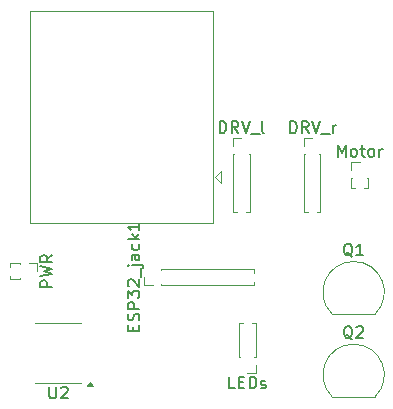
<source format=gbr>
%TF.GenerationSoftware,KiCad,Pcbnew,8.0.7*%
%TF.CreationDate,2025-01-04T17:01:37+01:00*%
%TF.ProjectId,btrail-powerboard,62747261-696c-42d7-906f-776572626f61,rev?*%
%TF.SameCoordinates,Original*%
%TF.FileFunction,Legend,Top*%
%TF.FilePolarity,Positive*%
%FSLAX46Y46*%
G04 Gerber Fmt 4.6, Leading zero omitted, Abs format (unit mm)*
G04 Created by KiCad (PCBNEW 8.0.7) date 2025-01-04 17:01:37*
%MOMM*%
%LPD*%
G01*
G04 APERTURE LIST*
%ADD10C,0.150000*%
%ADD11C,0.120000*%
G04 APERTURE END LIST*
D10*
X195738095Y-48354819D02*
X195738095Y-49164342D01*
X195738095Y-49164342D02*
X195785714Y-49259580D01*
X195785714Y-49259580D02*
X195833333Y-49307200D01*
X195833333Y-49307200D02*
X195928571Y-49354819D01*
X195928571Y-49354819D02*
X196119047Y-49354819D01*
X196119047Y-49354819D02*
X196214285Y-49307200D01*
X196214285Y-49307200D02*
X196261904Y-49259580D01*
X196261904Y-49259580D02*
X196309523Y-49164342D01*
X196309523Y-49164342D02*
X196309523Y-48354819D01*
X196738095Y-48450057D02*
X196785714Y-48402438D01*
X196785714Y-48402438D02*
X196880952Y-48354819D01*
X196880952Y-48354819D02*
X197119047Y-48354819D01*
X197119047Y-48354819D02*
X197214285Y-48402438D01*
X197214285Y-48402438D02*
X197261904Y-48450057D01*
X197261904Y-48450057D02*
X197309523Y-48545295D01*
X197309523Y-48545295D02*
X197309523Y-48640533D01*
X197309523Y-48640533D02*
X197261904Y-48783390D01*
X197261904Y-48783390D02*
X196690476Y-49354819D01*
X196690476Y-49354819D02*
X197309523Y-49354819D01*
X221404761Y-44350057D02*
X221309523Y-44302438D01*
X221309523Y-44302438D02*
X221214285Y-44207200D01*
X221214285Y-44207200D02*
X221071428Y-44064342D01*
X221071428Y-44064342D02*
X220976190Y-44016723D01*
X220976190Y-44016723D02*
X220880952Y-44016723D01*
X220928571Y-44254819D02*
X220833333Y-44207200D01*
X220833333Y-44207200D02*
X220738095Y-44111961D01*
X220738095Y-44111961D02*
X220690476Y-43921485D01*
X220690476Y-43921485D02*
X220690476Y-43588152D01*
X220690476Y-43588152D02*
X220738095Y-43397676D01*
X220738095Y-43397676D02*
X220833333Y-43302438D01*
X220833333Y-43302438D02*
X220928571Y-43254819D01*
X220928571Y-43254819D02*
X221119047Y-43254819D01*
X221119047Y-43254819D02*
X221214285Y-43302438D01*
X221214285Y-43302438D02*
X221309523Y-43397676D01*
X221309523Y-43397676D02*
X221357142Y-43588152D01*
X221357142Y-43588152D02*
X221357142Y-43921485D01*
X221357142Y-43921485D02*
X221309523Y-44111961D01*
X221309523Y-44111961D02*
X221214285Y-44207200D01*
X221214285Y-44207200D02*
X221119047Y-44254819D01*
X221119047Y-44254819D02*
X220928571Y-44254819D01*
X221738095Y-43350057D02*
X221785714Y-43302438D01*
X221785714Y-43302438D02*
X221880952Y-43254819D01*
X221880952Y-43254819D02*
X222119047Y-43254819D01*
X222119047Y-43254819D02*
X222214285Y-43302438D01*
X222214285Y-43302438D02*
X222261904Y-43350057D01*
X222261904Y-43350057D02*
X222309523Y-43445295D01*
X222309523Y-43445295D02*
X222309523Y-43540533D01*
X222309523Y-43540533D02*
X222261904Y-43683390D01*
X222261904Y-43683390D02*
X221690476Y-44254819D01*
X221690476Y-44254819D02*
X222309523Y-44254819D01*
X221404761Y-37350057D02*
X221309523Y-37302438D01*
X221309523Y-37302438D02*
X221214285Y-37207200D01*
X221214285Y-37207200D02*
X221071428Y-37064342D01*
X221071428Y-37064342D02*
X220976190Y-37016723D01*
X220976190Y-37016723D02*
X220880952Y-37016723D01*
X220928571Y-37254819D02*
X220833333Y-37207200D01*
X220833333Y-37207200D02*
X220738095Y-37111961D01*
X220738095Y-37111961D02*
X220690476Y-36921485D01*
X220690476Y-36921485D02*
X220690476Y-36588152D01*
X220690476Y-36588152D02*
X220738095Y-36397676D01*
X220738095Y-36397676D02*
X220833333Y-36302438D01*
X220833333Y-36302438D02*
X220928571Y-36254819D01*
X220928571Y-36254819D02*
X221119047Y-36254819D01*
X221119047Y-36254819D02*
X221214285Y-36302438D01*
X221214285Y-36302438D02*
X221309523Y-36397676D01*
X221309523Y-36397676D02*
X221357142Y-36588152D01*
X221357142Y-36588152D02*
X221357142Y-36921485D01*
X221357142Y-36921485D02*
X221309523Y-37111961D01*
X221309523Y-37111961D02*
X221214285Y-37207200D01*
X221214285Y-37207200D02*
X221119047Y-37254819D01*
X221119047Y-37254819D02*
X220928571Y-37254819D01*
X222309523Y-37254819D02*
X221738095Y-37254819D01*
X222023809Y-37254819D02*
X222023809Y-36254819D01*
X222023809Y-36254819D02*
X221928571Y-36397676D01*
X221928571Y-36397676D02*
X221833333Y-36492914D01*
X221833333Y-36492914D02*
X221738095Y-36540533D01*
X195989819Y-39928332D02*
X194989819Y-39928332D01*
X194989819Y-39928332D02*
X194989819Y-39547380D01*
X194989819Y-39547380D02*
X195037438Y-39452142D01*
X195037438Y-39452142D02*
X195085057Y-39404523D01*
X195085057Y-39404523D02*
X195180295Y-39356904D01*
X195180295Y-39356904D02*
X195323152Y-39356904D01*
X195323152Y-39356904D02*
X195418390Y-39404523D01*
X195418390Y-39404523D02*
X195466009Y-39452142D01*
X195466009Y-39452142D02*
X195513628Y-39547380D01*
X195513628Y-39547380D02*
X195513628Y-39928332D01*
X194989819Y-39023570D02*
X195989819Y-38785475D01*
X195989819Y-38785475D02*
X195275533Y-38594999D01*
X195275533Y-38594999D02*
X195989819Y-38404523D01*
X195989819Y-38404523D02*
X194989819Y-38166428D01*
X195989819Y-37214047D02*
X195513628Y-37547380D01*
X195989819Y-37785475D02*
X194989819Y-37785475D01*
X194989819Y-37785475D02*
X194989819Y-37404523D01*
X194989819Y-37404523D02*
X195037438Y-37309285D01*
X195037438Y-37309285D02*
X195085057Y-37261666D01*
X195085057Y-37261666D02*
X195180295Y-37214047D01*
X195180295Y-37214047D02*
X195323152Y-37214047D01*
X195323152Y-37214047D02*
X195418390Y-37261666D01*
X195418390Y-37261666D02*
X195466009Y-37309285D01*
X195466009Y-37309285D02*
X195513628Y-37404523D01*
X195513628Y-37404523D02*
X195513628Y-37785475D01*
X220166666Y-28894819D02*
X220166666Y-27894819D01*
X220166666Y-27894819D02*
X220499999Y-28609104D01*
X220499999Y-28609104D02*
X220833332Y-27894819D01*
X220833332Y-27894819D02*
X220833332Y-28894819D01*
X221452380Y-28894819D02*
X221357142Y-28847200D01*
X221357142Y-28847200D02*
X221309523Y-28799580D01*
X221309523Y-28799580D02*
X221261904Y-28704342D01*
X221261904Y-28704342D02*
X221261904Y-28418628D01*
X221261904Y-28418628D02*
X221309523Y-28323390D01*
X221309523Y-28323390D02*
X221357142Y-28275771D01*
X221357142Y-28275771D02*
X221452380Y-28228152D01*
X221452380Y-28228152D02*
X221595237Y-28228152D01*
X221595237Y-28228152D02*
X221690475Y-28275771D01*
X221690475Y-28275771D02*
X221738094Y-28323390D01*
X221738094Y-28323390D02*
X221785713Y-28418628D01*
X221785713Y-28418628D02*
X221785713Y-28704342D01*
X221785713Y-28704342D02*
X221738094Y-28799580D01*
X221738094Y-28799580D02*
X221690475Y-28847200D01*
X221690475Y-28847200D02*
X221595237Y-28894819D01*
X221595237Y-28894819D02*
X221452380Y-28894819D01*
X222071428Y-28228152D02*
X222452380Y-28228152D01*
X222214285Y-27894819D02*
X222214285Y-28751961D01*
X222214285Y-28751961D02*
X222261904Y-28847200D01*
X222261904Y-28847200D02*
X222357142Y-28894819D01*
X222357142Y-28894819D02*
X222452380Y-28894819D01*
X222928571Y-28894819D02*
X222833333Y-28847200D01*
X222833333Y-28847200D02*
X222785714Y-28799580D01*
X222785714Y-28799580D02*
X222738095Y-28704342D01*
X222738095Y-28704342D02*
X222738095Y-28418628D01*
X222738095Y-28418628D02*
X222785714Y-28323390D01*
X222785714Y-28323390D02*
X222833333Y-28275771D01*
X222833333Y-28275771D02*
X222928571Y-28228152D01*
X222928571Y-28228152D02*
X223071428Y-28228152D01*
X223071428Y-28228152D02*
X223166666Y-28275771D01*
X223166666Y-28275771D02*
X223214285Y-28323390D01*
X223214285Y-28323390D02*
X223261904Y-28418628D01*
X223261904Y-28418628D02*
X223261904Y-28704342D01*
X223261904Y-28704342D02*
X223214285Y-28799580D01*
X223214285Y-28799580D02*
X223166666Y-28847200D01*
X223166666Y-28847200D02*
X223071428Y-28894819D01*
X223071428Y-28894819D02*
X222928571Y-28894819D01*
X223690476Y-28894819D02*
X223690476Y-28228152D01*
X223690476Y-28418628D02*
X223738095Y-28323390D01*
X223738095Y-28323390D02*
X223785714Y-28275771D01*
X223785714Y-28275771D02*
X223880952Y-28228152D01*
X223880952Y-28228152D02*
X223976190Y-28228152D01*
X211452380Y-48514819D02*
X210976190Y-48514819D01*
X210976190Y-48514819D02*
X210976190Y-47514819D01*
X211785714Y-47991009D02*
X212119047Y-47991009D01*
X212261904Y-48514819D02*
X211785714Y-48514819D01*
X211785714Y-48514819D02*
X211785714Y-47514819D01*
X211785714Y-47514819D02*
X212261904Y-47514819D01*
X212690476Y-48514819D02*
X212690476Y-47514819D01*
X212690476Y-47514819D02*
X212928571Y-47514819D01*
X212928571Y-47514819D02*
X213071428Y-47562438D01*
X213071428Y-47562438D02*
X213166666Y-47657676D01*
X213166666Y-47657676D02*
X213214285Y-47752914D01*
X213214285Y-47752914D02*
X213261904Y-47943390D01*
X213261904Y-47943390D02*
X213261904Y-48086247D01*
X213261904Y-48086247D02*
X213214285Y-48276723D01*
X213214285Y-48276723D02*
X213166666Y-48371961D01*
X213166666Y-48371961D02*
X213071428Y-48467200D01*
X213071428Y-48467200D02*
X212928571Y-48514819D01*
X212928571Y-48514819D02*
X212690476Y-48514819D01*
X213642857Y-48467200D02*
X213738095Y-48514819D01*
X213738095Y-48514819D02*
X213928571Y-48514819D01*
X213928571Y-48514819D02*
X214023809Y-48467200D01*
X214023809Y-48467200D02*
X214071428Y-48371961D01*
X214071428Y-48371961D02*
X214071428Y-48324342D01*
X214071428Y-48324342D02*
X214023809Y-48229104D01*
X214023809Y-48229104D02*
X213928571Y-48181485D01*
X213928571Y-48181485D02*
X213785714Y-48181485D01*
X213785714Y-48181485D02*
X213690476Y-48133866D01*
X213690476Y-48133866D02*
X213642857Y-48038628D01*
X213642857Y-48038628D02*
X213642857Y-47991009D01*
X213642857Y-47991009D02*
X213690476Y-47895771D01*
X213690476Y-47895771D02*
X213785714Y-47848152D01*
X213785714Y-47848152D02*
X213928571Y-47848152D01*
X213928571Y-47848152D02*
X214023809Y-47895771D01*
X202846009Y-43618809D02*
X202846009Y-43285476D01*
X203369819Y-43142619D02*
X203369819Y-43618809D01*
X203369819Y-43618809D02*
X202369819Y-43618809D01*
X202369819Y-43618809D02*
X202369819Y-43142619D01*
X203322200Y-42761666D02*
X203369819Y-42618809D01*
X203369819Y-42618809D02*
X203369819Y-42380714D01*
X203369819Y-42380714D02*
X203322200Y-42285476D01*
X203322200Y-42285476D02*
X203274580Y-42237857D01*
X203274580Y-42237857D02*
X203179342Y-42190238D01*
X203179342Y-42190238D02*
X203084104Y-42190238D01*
X203084104Y-42190238D02*
X202988866Y-42237857D01*
X202988866Y-42237857D02*
X202941247Y-42285476D01*
X202941247Y-42285476D02*
X202893628Y-42380714D01*
X202893628Y-42380714D02*
X202846009Y-42571190D01*
X202846009Y-42571190D02*
X202798390Y-42666428D01*
X202798390Y-42666428D02*
X202750771Y-42714047D01*
X202750771Y-42714047D02*
X202655533Y-42761666D01*
X202655533Y-42761666D02*
X202560295Y-42761666D01*
X202560295Y-42761666D02*
X202465057Y-42714047D01*
X202465057Y-42714047D02*
X202417438Y-42666428D01*
X202417438Y-42666428D02*
X202369819Y-42571190D01*
X202369819Y-42571190D02*
X202369819Y-42333095D01*
X202369819Y-42333095D02*
X202417438Y-42190238D01*
X203369819Y-41761666D02*
X202369819Y-41761666D01*
X202369819Y-41761666D02*
X202369819Y-41380714D01*
X202369819Y-41380714D02*
X202417438Y-41285476D01*
X202417438Y-41285476D02*
X202465057Y-41237857D01*
X202465057Y-41237857D02*
X202560295Y-41190238D01*
X202560295Y-41190238D02*
X202703152Y-41190238D01*
X202703152Y-41190238D02*
X202798390Y-41237857D01*
X202798390Y-41237857D02*
X202846009Y-41285476D01*
X202846009Y-41285476D02*
X202893628Y-41380714D01*
X202893628Y-41380714D02*
X202893628Y-41761666D01*
X202369819Y-40856904D02*
X202369819Y-40237857D01*
X202369819Y-40237857D02*
X202750771Y-40571190D01*
X202750771Y-40571190D02*
X202750771Y-40428333D01*
X202750771Y-40428333D02*
X202798390Y-40333095D01*
X202798390Y-40333095D02*
X202846009Y-40285476D01*
X202846009Y-40285476D02*
X202941247Y-40237857D01*
X202941247Y-40237857D02*
X203179342Y-40237857D01*
X203179342Y-40237857D02*
X203274580Y-40285476D01*
X203274580Y-40285476D02*
X203322200Y-40333095D01*
X203322200Y-40333095D02*
X203369819Y-40428333D01*
X203369819Y-40428333D02*
X203369819Y-40714047D01*
X203369819Y-40714047D02*
X203322200Y-40809285D01*
X203322200Y-40809285D02*
X203274580Y-40856904D01*
X202465057Y-39856904D02*
X202417438Y-39809285D01*
X202417438Y-39809285D02*
X202369819Y-39714047D01*
X202369819Y-39714047D02*
X202369819Y-39475952D01*
X202369819Y-39475952D02*
X202417438Y-39380714D01*
X202417438Y-39380714D02*
X202465057Y-39333095D01*
X202465057Y-39333095D02*
X202560295Y-39285476D01*
X202560295Y-39285476D02*
X202655533Y-39285476D01*
X202655533Y-39285476D02*
X202798390Y-39333095D01*
X202798390Y-39333095D02*
X203369819Y-39904523D01*
X203369819Y-39904523D02*
X203369819Y-39285476D01*
X203465057Y-39095000D02*
X203465057Y-38333095D01*
X202703152Y-38094999D02*
X203560295Y-38094999D01*
X203560295Y-38094999D02*
X203655533Y-38142618D01*
X203655533Y-38142618D02*
X203703152Y-38237856D01*
X203703152Y-38237856D02*
X203703152Y-38285475D01*
X202369819Y-38094999D02*
X202417438Y-38142618D01*
X202417438Y-38142618D02*
X202465057Y-38094999D01*
X202465057Y-38094999D02*
X202417438Y-38047380D01*
X202417438Y-38047380D02*
X202369819Y-38094999D01*
X202369819Y-38094999D02*
X202465057Y-38094999D01*
X203369819Y-37190238D02*
X202846009Y-37190238D01*
X202846009Y-37190238D02*
X202750771Y-37237857D01*
X202750771Y-37237857D02*
X202703152Y-37333095D01*
X202703152Y-37333095D02*
X202703152Y-37523571D01*
X202703152Y-37523571D02*
X202750771Y-37618809D01*
X203322200Y-37190238D02*
X203369819Y-37285476D01*
X203369819Y-37285476D02*
X203369819Y-37523571D01*
X203369819Y-37523571D02*
X203322200Y-37618809D01*
X203322200Y-37618809D02*
X203226961Y-37666428D01*
X203226961Y-37666428D02*
X203131723Y-37666428D01*
X203131723Y-37666428D02*
X203036485Y-37618809D01*
X203036485Y-37618809D02*
X202988866Y-37523571D01*
X202988866Y-37523571D02*
X202988866Y-37285476D01*
X202988866Y-37285476D02*
X202941247Y-37190238D01*
X203322200Y-36285476D02*
X203369819Y-36380714D01*
X203369819Y-36380714D02*
X203369819Y-36571190D01*
X203369819Y-36571190D02*
X203322200Y-36666428D01*
X203322200Y-36666428D02*
X203274580Y-36714047D01*
X203274580Y-36714047D02*
X203179342Y-36761666D01*
X203179342Y-36761666D02*
X202893628Y-36761666D01*
X202893628Y-36761666D02*
X202798390Y-36714047D01*
X202798390Y-36714047D02*
X202750771Y-36666428D01*
X202750771Y-36666428D02*
X202703152Y-36571190D01*
X202703152Y-36571190D02*
X202703152Y-36380714D01*
X202703152Y-36380714D02*
X202750771Y-36285476D01*
X203369819Y-35856904D02*
X202369819Y-35856904D01*
X202988866Y-35761666D02*
X203369819Y-35475952D01*
X202703152Y-35475952D02*
X203084104Y-35856904D01*
X203369819Y-34523571D02*
X203369819Y-35094999D01*
X203369819Y-34809285D02*
X202369819Y-34809285D01*
X202369819Y-34809285D02*
X202512676Y-34904523D01*
X202512676Y-34904523D02*
X202607914Y-34999761D01*
X202607914Y-34999761D02*
X202655533Y-35094999D01*
X216119047Y-26894819D02*
X216119047Y-25894819D01*
X216119047Y-25894819D02*
X216357142Y-25894819D01*
X216357142Y-25894819D02*
X216499999Y-25942438D01*
X216499999Y-25942438D02*
X216595237Y-26037676D01*
X216595237Y-26037676D02*
X216642856Y-26132914D01*
X216642856Y-26132914D02*
X216690475Y-26323390D01*
X216690475Y-26323390D02*
X216690475Y-26466247D01*
X216690475Y-26466247D02*
X216642856Y-26656723D01*
X216642856Y-26656723D02*
X216595237Y-26751961D01*
X216595237Y-26751961D02*
X216499999Y-26847200D01*
X216499999Y-26847200D02*
X216357142Y-26894819D01*
X216357142Y-26894819D02*
X216119047Y-26894819D01*
X217690475Y-26894819D02*
X217357142Y-26418628D01*
X217119047Y-26894819D02*
X217119047Y-25894819D01*
X217119047Y-25894819D02*
X217499999Y-25894819D01*
X217499999Y-25894819D02*
X217595237Y-25942438D01*
X217595237Y-25942438D02*
X217642856Y-25990057D01*
X217642856Y-25990057D02*
X217690475Y-26085295D01*
X217690475Y-26085295D02*
X217690475Y-26228152D01*
X217690475Y-26228152D02*
X217642856Y-26323390D01*
X217642856Y-26323390D02*
X217595237Y-26371009D01*
X217595237Y-26371009D02*
X217499999Y-26418628D01*
X217499999Y-26418628D02*
X217119047Y-26418628D01*
X217976190Y-25894819D02*
X218309523Y-26894819D01*
X218309523Y-26894819D02*
X218642856Y-25894819D01*
X218738095Y-26990057D02*
X219499999Y-26990057D01*
X219738095Y-26894819D02*
X219738095Y-26228152D01*
X219738095Y-26418628D02*
X219785714Y-26323390D01*
X219785714Y-26323390D02*
X219833333Y-26275771D01*
X219833333Y-26275771D02*
X219928571Y-26228152D01*
X219928571Y-26228152D02*
X220023809Y-26228152D01*
X210166666Y-26894819D02*
X210166666Y-25894819D01*
X210166666Y-25894819D02*
X210404761Y-25894819D01*
X210404761Y-25894819D02*
X210547618Y-25942438D01*
X210547618Y-25942438D02*
X210642856Y-26037676D01*
X210642856Y-26037676D02*
X210690475Y-26132914D01*
X210690475Y-26132914D02*
X210738094Y-26323390D01*
X210738094Y-26323390D02*
X210738094Y-26466247D01*
X210738094Y-26466247D02*
X210690475Y-26656723D01*
X210690475Y-26656723D02*
X210642856Y-26751961D01*
X210642856Y-26751961D02*
X210547618Y-26847200D01*
X210547618Y-26847200D02*
X210404761Y-26894819D01*
X210404761Y-26894819D02*
X210166666Y-26894819D01*
X211738094Y-26894819D02*
X211404761Y-26418628D01*
X211166666Y-26894819D02*
X211166666Y-25894819D01*
X211166666Y-25894819D02*
X211547618Y-25894819D01*
X211547618Y-25894819D02*
X211642856Y-25942438D01*
X211642856Y-25942438D02*
X211690475Y-25990057D01*
X211690475Y-25990057D02*
X211738094Y-26085295D01*
X211738094Y-26085295D02*
X211738094Y-26228152D01*
X211738094Y-26228152D02*
X211690475Y-26323390D01*
X211690475Y-26323390D02*
X211642856Y-26371009D01*
X211642856Y-26371009D02*
X211547618Y-26418628D01*
X211547618Y-26418628D02*
X211166666Y-26418628D01*
X212023809Y-25894819D02*
X212357142Y-26894819D01*
X212357142Y-26894819D02*
X212690475Y-25894819D01*
X212785714Y-26990057D02*
X213547618Y-26990057D01*
X213928571Y-26894819D02*
X213833333Y-26847200D01*
X213833333Y-26847200D02*
X213785714Y-26751961D01*
X213785714Y-26751961D02*
X213785714Y-25894819D01*
D11*
%TO.C,U2*%
X199440000Y-48295000D02*
X198960000Y-48295000D01*
X199200000Y-47965000D01*
X199440000Y-48295000D01*
G36*
X199440000Y-48295000D02*
G01*
X198960000Y-48295000D01*
X199200000Y-47965000D01*
X199440000Y-48295000D01*
G37*
X196500000Y-42940000D02*
X194550000Y-42940000D01*
X196500000Y-42940000D02*
X198450000Y-42940000D01*
X196500000Y-48060000D02*
X194550000Y-48060000D01*
X196500000Y-48060000D02*
X198450000Y-48060000D01*
%TO.C,Q2*%
X219700000Y-49210000D02*
X223300000Y-49210000D01*
X219661522Y-49198478D02*
G75*
G02*
X221500000Y-44759999I1838478J1838478D01*
G01*
X221500000Y-44760000D02*
G75*
G02*
X223338478Y-49198478I0J-2600000D01*
G01*
%TO.C,Q1*%
X219700000Y-42210000D02*
X223300000Y-42210000D01*
X219661522Y-42198478D02*
G75*
G02*
X221500000Y-37759999I1838478J1838478D01*
G01*
X221500000Y-37760000D02*
G75*
G02*
X223338478Y-42198478I0J-2600000D01*
G01*
%TO.C,PWR*%
X193290000Y-39290000D02*
X192415000Y-39290000D01*
X193290000Y-39203276D02*
X193290000Y-39290000D01*
X192415000Y-38989493D02*
X192415000Y-39290000D01*
X192415000Y-37900000D02*
X192415000Y-38200507D01*
X193290000Y-37900000D02*
X193290000Y-37986724D01*
X193290000Y-37900000D02*
X192415000Y-37900000D01*
X193975000Y-37900000D02*
X194660000Y-37900000D01*
X194660000Y-37900000D02*
X194660000Y-38595000D01*
%TO.C,Motor*%
X221305000Y-29315000D02*
X222000000Y-29315000D01*
X221305000Y-30000000D02*
X221305000Y-29315000D01*
X221305000Y-30685000D02*
X221305000Y-31560000D01*
X221305000Y-30685000D02*
X221391724Y-30685000D01*
X221305000Y-31560000D02*
X221605507Y-31560000D01*
X222394493Y-31560000D02*
X222695000Y-31560000D01*
X222608276Y-30685000D02*
X222695000Y-30685000D01*
X222695000Y-30685000D02*
X222695000Y-31560000D01*
%TO.C,LEDs*%
X211805000Y-45815000D02*
X211805000Y-42940000D01*
X211891724Y-45815000D02*
X211805000Y-45815000D01*
X212105507Y-42940000D02*
X211805000Y-42940000D01*
X213195000Y-42940000D02*
X212894493Y-42940000D01*
X213195000Y-45815000D02*
X213108276Y-45815000D01*
X213195000Y-45815000D02*
X213195000Y-42940000D01*
X213195000Y-46500000D02*
X213195000Y-47185000D01*
X213195000Y-47185000D02*
X212500000Y-47185000D01*
%TO.C,J1*%
X210282500Y-31100000D02*
X210282500Y-30100000D01*
X210282500Y-30100000D02*
X209782500Y-30600000D01*
X209782500Y-30600000D02*
X210282500Y-31100000D01*
X209597500Y-34480000D02*
X209597500Y-16520000D01*
X209597500Y-16520000D02*
X194077500Y-16520000D01*
X194077500Y-34480000D02*
X209597500Y-34480000D01*
X194077500Y-34480000D02*
X194077500Y-16520000D01*
%TO.C,ESP32_jack1*%
X205160000Y-38400000D02*
X213035000Y-38400000D01*
X205160000Y-38486724D02*
X205160000Y-38400000D01*
X213035000Y-38700507D02*
X213035000Y-38400000D01*
X213035000Y-39790000D02*
X213035000Y-39489493D01*
X205160000Y-39790000D02*
X205160000Y-39703276D01*
X205160000Y-39790000D02*
X213035000Y-39790000D01*
X204475000Y-39790000D02*
X203790000Y-39790000D01*
X203790000Y-39790000D02*
X203790000Y-39095000D01*
%TO.C,DRV_r*%
X217305000Y-27315000D02*
X218000000Y-27315000D01*
X217305000Y-28000000D02*
X217305000Y-27315000D01*
X217305000Y-28685000D02*
X217305000Y-33560000D01*
X217305000Y-28685000D02*
X217391724Y-28685000D01*
X217305000Y-33560000D02*
X217605507Y-33560000D01*
X218394493Y-33560000D02*
X218695000Y-33560000D01*
X218608276Y-28685000D02*
X218695000Y-28685000D01*
X218695000Y-28685000D02*
X218695000Y-33560000D01*
%TO.C,DRV_l*%
X211305000Y-27315000D02*
X212000000Y-27315000D01*
X211305000Y-28000000D02*
X211305000Y-27315000D01*
X211305000Y-28685000D02*
X211305000Y-33560000D01*
X211305000Y-28685000D02*
X211391724Y-28685000D01*
X211305000Y-33560000D02*
X211605507Y-33560000D01*
X212394493Y-33560000D02*
X212695000Y-33560000D01*
X212608276Y-28685000D02*
X212695000Y-28685000D01*
X212695000Y-28685000D02*
X212695000Y-33560000D01*
%TD*%
M02*

</source>
